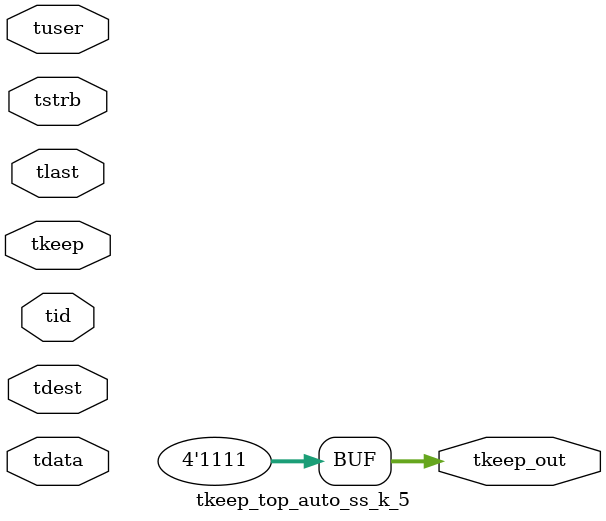
<source format=v>


`timescale 1ps/1ps

module tkeep_top_auto_ss_k_5 #
(
parameter C_S_AXIS_TDATA_WIDTH = 32,
parameter C_S_AXIS_TUSER_WIDTH = 0,
parameter C_S_AXIS_TID_WIDTH   = 0,
parameter C_S_AXIS_TDEST_WIDTH = 0,
parameter C_M_AXIS_TDATA_WIDTH = 32
)
(
input  [(C_S_AXIS_TDATA_WIDTH == 0 ? 1 : C_S_AXIS_TDATA_WIDTH)-1:0     ] tdata,
input  [(C_S_AXIS_TUSER_WIDTH == 0 ? 1 : C_S_AXIS_TUSER_WIDTH)-1:0     ] tuser,
input  [(C_S_AXIS_TID_WIDTH   == 0 ? 1 : C_S_AXIS_TID_WIDTH)-1:0       ] tid,
input  [(C_S_AXIS_TDEST_WIDTH == 0 ? 1 : C_S_AXIS_TDEST_WIDTH)-1:0     ] tdest,
input  [(C_S_AXIS_TDATA_WIDTH/8)-1:0 ] tkeep,
input  [(C_S_AXIS_TDATA_WIDTH/8)-1:0 ] tstrb,
input                                                                    tlast,
output [(C_M_AXIS_TDATA_WIDTH/8)-1:0 ] tkeep_out
);

assign tkeep_out = {4'b1111};

endmodule


</source>
